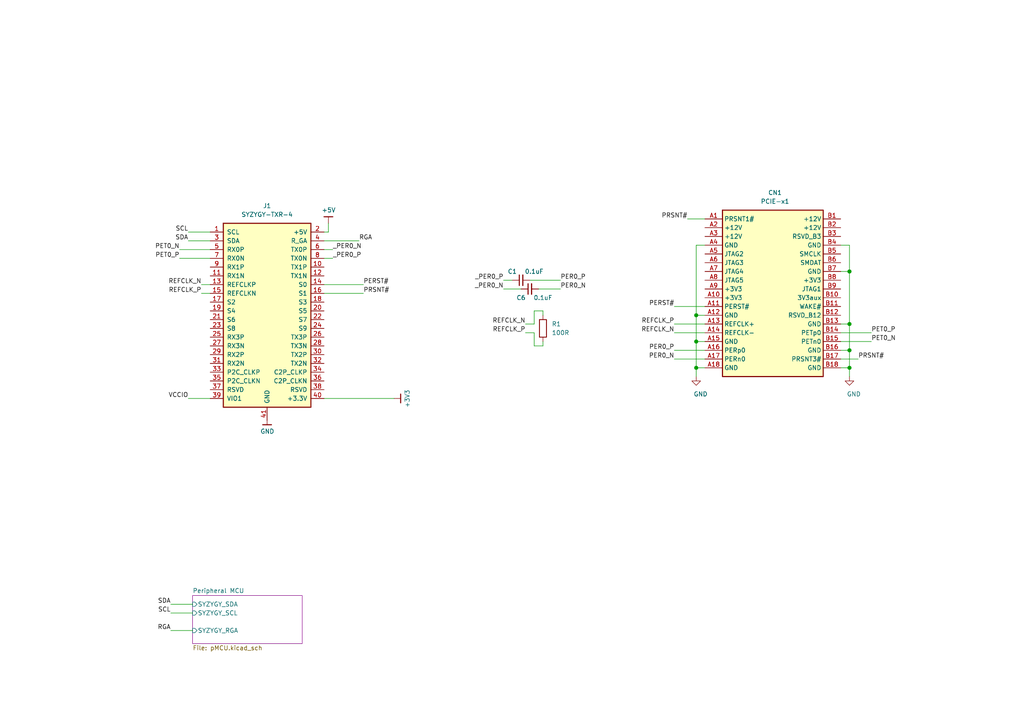
<source format=kicad_sch>
(kicad_sch (version 20201015) (generator eeschema)
  (paper "A4")
  (title_block (title "SYZYGY PCIe x1") (date "2020-12-06") (rev "r1.0") (company "GsD - @gregdavill"))
  (lib_symbols
    (symbol "Device:C_Small" (pin_numbers hide) (pin_names (offset 0.254) hide)
      (property "Reference" "C" (at 0.254 1.778 0))
      (property "Value" "C_Small" (at 0.254 -2.032 0))
      (symbol "C_Small_0_1"
        (polyline (pts (xy -1.524 -0.508) (xy 1.524 -0.508)) (stroke (width 0.3302)))
        (polyline (pts (xy -1.524 0.508) (xy 1.524 0.508)) (stroke (width 0.3048)))
      )
      (symbol "C_Small_1_1"
        (pin passive line (at 0 2.54 270) (length 2.032) (name "~") (number "1"))
        (pin passive line (at 0 -2.54 90) (length 2.032) (name "~") (number "2"))
      )
    )
    (symbol "Device:R_1" (pin_numbers hide) (pin_names (offset 0))
      (property "Reference" "R" (at 2.032 0 90))
      (property "Value" "R" (at 0 0 90))
      (symbol "R_1_0_1"
        (rectangle (start -1.016 -2.54) (end 1.016 2.54) (stroke (width 0.254)))
      )
      (symbol "R_1_1_1"
        (pin passive line (at 0 3.81 270) (length 1.27) (name "~") (number "1"))
        (pin passive line (at 0 -3.81 90) (length 1.27) (name "~") (number "2"))
      )
    )
    (symbol "gkl_power:+3V3" (power) (pin_names (offset 0))
      (property "Value" "+3V3" (at 0 3.556 0))
      (symbol "+3V3_0_1"
        (polyline (pts (xy -1.27 1.905) (xy 1.27 1.905)) (stroke (width 0.3048)))
        (polyline (pts (xy 0 0) (xy 0 1.905)))
      )
      (symbol "+3V3_1_1"
        (pin power_in line (at 0 0 90) (length 0) hide (name "+3V3") (number "1"))
      )
    )
    (symbol "gkl_power:+5V" (power) (pin_names (offset 0))
      (property "Value" "+5V" (at 0 3.175 0))
      (symbol "+5V_0_1"
        (polyline (pts (xy -1.27 1.905) (xy 1.27 1.905)) (stroke (width 0.3048)))
        (polyline (pts (xy 0 0) (xy 0 1.905)))
      )
      (symbol "+5V_1_1"
        (pin power_in line (at 0 0 90) (length 0) hide (name "+5V") (number "1"))
      )
    )
    (symbol "gkl_power:GND" (power) (pin_names (offset 0))
      (property "Value" "GND" (at 0 -2.54 0))
      (symbol "GND_0_1"
        (polyline (pts (xy 0 -1.27) (xy 0 0)))
        (polyline (pts (xy 1.27 -1.27) (xy -1.27 -1.27)) (stroke (width 0.3048)))
      )
      (symbol "GND_1_1"
        (pin power_in line (at 0 0 270) (length 0) hide (name "GND") (number "1"))
      )
    )
    (symbol "gsd-kicad:PCIE-x1-ADDIN"
      (property "Reference" "CN" (at 17.78 6.35 0))
      (property "Value" "PCIE-x1-ADDIN" (at 20.32 3.81 0))
      (symbol "PCIE-x1-ADDIN_0_1"
        (rectangle (start 5.08 2.54) (end 34.29 -45.72) (stroke (width 0.3302)) (fill (type background)))
      )
      (symbol "PCIE-x1-ADDIN_1_1"
        (pin input line (at 0 0 0) (length 5.08) (name "PRSNT1#") (number "A1"))
        (pin input line (at 0 -2.54 0) (length 5.08) (name "+12V") (number "A2"))
        (pin input line (at 0 -5.08 0) (length 5.08) (name "+12V") (number "A3"))
        (pin input line (at 0 -7.62 0) (length 5.08) (name "GND") (number "A4"))
        (pin input line (at 0 -10.16 0) (length 5.08) (name "JTAG2") (number "A5"))
        (pin input line (at 0 -12.7 0) (length 5.08) (name "JTAG3") (number "A6"))
        (pin input line (at 0 -15.24 0) (length 5.08) (name "JTAG4") (number "A7"))
        (pin input line (at 0 -17.78 0) (length 5.08) (name "JTAG5") (number "A8"))
        (pin input line (at 0 -20.32 0) (length 5.08) (name "+3V3") (number "A9"))
        (pin input line (at 0 -22.86 0) (length 5.08) (name "+3V3") (number "A10"))
        (pin input line (at 0 -25.4 0) (length 5.08) (name "PERST#") (number "A11"))
        (pin input line (at 0 -27.94 0) (length 5.08) (name "GND") (number "A12"))
        (pin input line (at 0 -30.48 0) (length 5.08) (name "REFCLK+") (number "A13"))
        (pin input line (at 0 -33.02 0) (length 5.08) (name "REFCLK-") (number "A14"))
        (pin input line (at 0 -35.56 0) (length 5.08) (name "GND") (number "A15"))
        (pin input line (at 0 -38.1 0) (length 5.08) (name "PERp0") (number "A16"))
        (pin input line (at 0 -40.64 0) (length 5.08) (name "PERn0") (number "A17"))
        (pin input line (at 0 -43.18 0) (length 5.08) (name "GND") (number "A18"))
        (pin input line (at 39.37 -22.86 180) (length 5.08) (name "3V3aux") (number "B10"))
        (pin input line (at 39.37 -12.7 180) (length 5.08) (name "SMDAT") (number "B6"))
        (pin input line (at 39.37 -30.48 180) (length 5.08) (name "GND") (number "B13"))
        (pin input line (at 39.37 -27.94 180) (length 5.08) (name "RSVD_B12") (number "B12"))
        (pin input line (at 39.37 -7.62 180) (length 5.08) (name "GND") (number "B4"))
        (pin input line (at 39.37 -20.32 180) (length 5.08) (name "JTAG1") (number "B9"))
        (pin input line (at 39.37 -43.18 180) (length 5.08) (name "GND") (number "B18"))
        (pin input line (at 39.37 -2.54 180) (length 5.08) (name "+12V") (number "B2"))
        (pin input line (at 39.37 -25.4 180) (length 5.08) (name "WAKE#") (number "B11"))
        (pin input line (at 39.37 -35.56 180) (length 5.08) (name "PETn0") (number "B15"))
        (pin input line (at 39.37 -33.02 180) (length 5.08) (name "PETp0") (number "B14"))
        (pin input line (at 39.37 -40.64 180) (length 5.08) (name "PRSNT3#") (number "B17"))
        (pin input line (at 39.37 -10.16 180) (length 5.08) (name "SMCLK") (number "B5"))
        (pin input line (at 39.37 -15.24 180) (length 5.08) (name "GND") (number "B7"))
        (pin input line (at 39.37 -38.1 180) (length 5.08) (name "GND") (number "B16"))
        (pin input line (at 39.37 0 180) (length 5.08) (name "+12V") (number "B1"))
        (pin input line (at 39.37 -17.78 180) (length 5.08) (name "+3V3") (number "B8"))
        (pin input line (at 39.37 -5.08 180) (length 5.08) (name "RSVD_B3") (number "B3"))
      )
    )
    (symbol "gsd-kicad:SYZYGY-TXR-4" (pin_names (offset 1.016))
      (property "Reference" "J" (at 0 27.94 0))
      (property "Value" "SYZYGY-TXR-4" (at 0 25.4 0))
      (symbol "SYZYGY-TXR-4_0_1"
        (rectangle (start -12.7 24.13) (end 12.7 -29.21) (stroke (width 0.3302)) (fill (type background)))
      )
      (symbol "SYZYGY-TXR-4_1_1"
        (pin input line (at -16.51 21.59 0) (length 3.81) (name "SCL") (number "1"))
        (pin input line (at 16.51 11.43 180) (length 3.81) (name "TX1P") (number "10"))
        (pin input line (at -16.51 8.89 0) (length 3.81) (name "RX1N") (number "11"))
        (pin input line (at 16.51 8.89 180) (length 3.81) (name "TX1N") (number "12"))
        (pin input line (at -16.51 6.35 0) (length 3.81) (name "REFCLKP") (number "13"))
        (pin input line (at 16.51 6.35 180) (length 3.81) (name "S0") (number "14"))
        (pin input line (at -16.51 3.81 0) (length 3.81) (name "REFCLKN") (number "15"))
        (pin input line (at 16.51 3.81 180) (length 3.81) (name "S1") (number "16"))
        (pin input line (at -16.51 1.27 0) (length 3.81) (name "S2") (number "17"))
        (pin input line (at 16.51 1.27 180) (length 3.81) (name "S3") (number "18"))
        (pin input line (at -16.51 -1.27 0) (length 3.81) (name "S4") (number "19"))
        (pin input line (at 16.51 21.59 180) (length 3.81) (name "+5V") (number "2"))
        (pin input line (at 16.51 -1.27 180) (length 3.81) (name "S5") (number "20"))
        (pin input line (at -16.51 -3.81 0) (length 3.81) (name "S6") (number "21"))
        (pin input line (at 16.51 -3.81 180) (length 3.81) (name "S7") (number "22"))
        (pin input line (at -16.51 -6.35 0) (length 3.81) (name "S8") (number "23"))
        (pin input line (at 16.51 -6.35 180) (length 3.81) (name "S9") (number "24"))
        (pin input line (at -16.51 -8.89 0) (length 3.81) (name "RX3P") (number "25"))
        (pin input line (at 16.51 -8.89 180) (length 3.81) (name "TX3P") (number "26"))
        (pin input line (at -16.51 -11.43 0) (length 3.81) (name "RX3N") (number "27"))
        (pin input line (at 16.51 -11.43 180) (length 3.81) (name "TX3N") (number "28"))
        (pin input line (at -16.51 -13.97 0) (length 3.81) (name "RX2P") (number "29"))
        (pin input line (at -16.51 19.05 0) (length 3.81) (name "SDA") (number "3"))
        (pin input line (at 16.51 -13.97 180) (length 3.81) (name "TX2P") (number "30"))
        (pin input line (at -16.51 -16.51 0) (length 3.81) (name "RX2N") (number "31"))
        (pin input line (at 16.51 -16.51 180) (length 3.81) (name "TX2N") (number "32"))
        (pin input line (at -16.51 -19.05 0) (length 3.81) (name "P2C_CLKP") (number "33"))
        (pin input line (at 16.51 -19.05 180) (length 3.81) (name "C2P_CLKP") (number "34"))
        (pin input line (at -16.51 -21.59 0) (length 3.81) (name "P2C_CLKN") (number "35"))
        (pin input line (at 16.51 -21.59 180) (length 3.81) (name "C2P_CLKN") (number "36"))
        (pin input line (at -16.51 -24.13 0) (length 3.81) (name "RSVD") (number "37"))
        (pin input line (at 16.51 -24.13 180) (length 3.81) (name "RSVD") (number "38"))
        (pin input line (at -16.51 -26.67 0) (length 3.81) (name "VIO1") (number "39"))
        (pin input line (at 16.51 19.05 180) (length 3.81) (name "R_GA") (number "4"))
        (pin input line (at 16.51 -26.67 180) (length 3.81) (name "+3.3V") (number "40"))
        (pin input line (at 0 -33.02 90) (length 3.81) (name "GND") (number "41"))
        (pin input line (at -16.51 16.51 0) (length 3.81) (name "RX0P") (number "5"))
        (pin input line (at 16.51 16.51 180) (length 3.81) (name "TX0P") (number "6"))
        (pin input line (at -16.51 13.97 0) (length 3.81) (name "RX0N") (number "7"))
        (pin input line (at 16.51 13.97 180) (length 3.81) (name "TX0N") (number "8"))
        (pin input line (at -16.51 11.43 0) (length 3.81) (name "RX1P") (number "9"))
      )
    )
    (symbol "power:GND" (power) (pin_names (offset 0))
      (property "Value" "GND" (at 0 -3.81 0))
      (symbol "GND_0_1"
        (polyline (pts (xy 0 0) (xy 0 -1.27) (xy 1.27 -1.27) (xy 0 -2.54) (xy -1.27 -1.27) (xy 0 -1.27)))
      )
      (symbol "GND_1_1"
        (pin power_in line (at 0 0 270) (length 0) hide (name "GND") (number "1"))
      )
    )
  )
  (junction (at 201.93 91.44) (diameter 1.016))
  (junction (at 201.93 99.06) (diameter 1.016))
  (junction (at 201.93 106.68) (diameter 1.016))
  (junction (at 246.38 78.74) (diameter 1.016))
  (junction (at 246.38 93.98) (diameter 1.016))
  (junction (at 246.38 101.6) (diameter 1.016))
  (junction (at 246.38 106.68) (diameter 1.016))
  (wire (pts (xy 52.07 72.39) (xy 60.96 72.39)))
  (wire (pts (xy 52.07 74.93) (xy 60.96 74.93)))
  (wire (pts (xy 55.88 175.26) (xy 49.53 175.26)))
  (wire (pts (xy 55.88 177.8) (xy 49.53 177.8)))
  (wire (pts (xy 55.88 182.88) (xy 49.53 182.88)))
  (wire (pts (xy 58.42 82.55) (xy 60.96 82.55)))
  (wire (pts (xy 58.42 85.09) (xy 60.96 85.09)))
  (wire (pts (xy 60.96 67.31) (xy 54.61 67.31)))
  (wire (pts (xy 60.96 69.85) (xy 54.61 69.85)))
  (wire (pts (xy 60.96 115.57) (xy 54.61 115.57)))
  (wire (pts (xy 93.98 67.31) (xy 95.25 67.31)))
  (wire (pts (xy 93.98 69.85) (xy 104.14 69.85)))
  (wire (pts (xy 93.98 82.55) (xy 105.41 82.55)))
  (wire (pts (xy 93.98 85.09) (xy 105.41 85.09)))
  (wire (pts (xy 93.98 115.57) (xy 114.3 115.57)))
  (wire (pts (xy 95.25 67.31) (xy 95.25 64.77)))
  (wire (pts (xy 96.52 72.39) (xy 93.98 72.39)))
  (wire (pts (xy 96.52 74.93) (xy 93.98 74.93)))
  (wire (pts (xy 146.05 81.28) (xy 148.59 81.28)))
  (wire (pts (xy 146.05 83.82) (xy 151.13 83.82)))
  (wire (pts (xy 152.4 93.98) (xy 154.94 93.98)))
  (wire (pts (xy 152.4 96.52) (xy 154.94 96.52)))
  (wire (pts (xy 154.94 90.17) (xy 157.48 90.17)))
  (wire (pts (xy 154.94 93.98) (xy 154.94 90.17)))
  (wire (pts (xy 154.94 96.52) (xy 154.94 100.33)))
  (wire (pts (xy 154.94 100.33) (xy 157.48 100.33)))
  (wire (pts (xy 157.48 90.17) (xy 157.48 91.44)))
  (wire (pts (xy 157.48 100.33) (xy 157.48 99.06)))
  (wire (pts (xy 162.56 81.28) (xy 153.67 81.28)))
  (wire (pts (xy 162.56 83.82) (xy 156.21 83.82)))
  (wire (pts (xy 195.58 88.9) (xy 204.47 88.9)))
  (wire (pts (xy 195.58 93.98) (xy 204.47 93.98)))
  (wire (pts (xy 195.58 96.52) (xy 204.47 96.52)))
  (wire (pts (xy 195.58 101.6) (xy 204.47 101.6)))
  (wire (pts (xy 195.58 104.14) (xy 204.47 104.14)))
  (wire (pts (xy 201.93 71.12) (xy 201.93 91.44)))
  (wire (pts (xy 201.93 91.44) (xy 201.93 99.06)))
  (wire (pts (xy 201.93 91.44) (xy 204.47 91.44)))
  (wire (pts (xy 201.93 99.06) (xy 201.93 106.68)))
  (wire (pts (xy 201.93 99.06) (xy 204.47 99.06)))
  (wire (pts (xy 201.93 106.68) (xy 201.93 109.22)))
  (wire (pts (xy 201.93 106.68) (xy 204.47 106.68)))
  (wire (pts (xy 204.47 63.5) (xy 199.39 63.5)))
  (wire (pts (xy 204.47 71.12) (xy 201.93 71.12)))
  (wire (pts (xy 243.84 71.12) (xy 246.38 71.12)))
  (wire (pts (xy 243.84 78.74) (xy 246.38 78.74)))
  (wire (pts (xy 243.84 93.98) (xy 246.38 93.98)))
  (wire (pts (xy 243.84 101.6) (xy 246.38 101.6)))
  (wire (pts (xy 243.84 104.14) (xy 248.92 104.14)))
  (wire (pts (xy 243.84 106.68) (xy 246.38 106.68)))
  (wire (pts (xy 246.38 71.12) (xy 246.38 78.74)))
  (wire (pts (xy 246.38 78.74) (xy 246.38 93.98)))
  (wire (pts (xy 246.38 93.98) (xy 246.38 101.6)))
  (wire (pts (xy 246.38 101.6) (xy 246.38 106.68)))
  (wire (pts (xy 246.38 106.68) (xy 246.38 109.22)))
  (wire (pts (xy 252.73 96.52) (xy 243.84 96.52)))
  (wire (pts (xy 252.73 99.06) (xy 243.84 99.06)))
  (label "SDA" (at 49.53 175.26 180))
  (label "SCL" (at 49.53 177.8 180))
  (label "RGA" (at 49.53 182.88 180))
  (label "PET0_N" (at 52.07 72.39 180))
  (label "PET0_P" (at 52.07 74.93 180))
  (label "SCL" (at 54.61 67.31 180))
  (label "SDA" (at 54.61 69.85 180))
  (label "VCCIO" (at 54.61 115.57 180))
  (label "REFCLK_N" (at 58.42 82.55 180))
  (label "REFCLK_P" (at 58.42 85.09 180))
  (label "_PER0_N" (at 96.52 72.39 0))
  (label "_PER0_P" (at 96.52 74.93 0))
  (label "RGA" (at 104.14 69.85 0))
  (label "PERST#" (at 105.41 82.55 0))
  (label "PRSNT#" (at 105.41 85.09 0))
  (label "_PER0_P" (at 146.05 81.28 180))
  (label "_PER0_N" (at 146.05 83.82 180))
  (label "REFCLK_N" (at 152.4 93.98 180))
  (label "REFCLK_P" (at 152.4 96.52 180))
  (label "PER0_P" (at 162.56 81.28 0))
  (label "PER0_N" (at 162.56 83.82 0))
  (label "PERST#" (at 195.58 88.9 180))
  (label "REFCLK_P" (at 195.58 93.98 180))
  (label "REFCLK_N" (at 195.58 96.52 180))
  (label "PER0_P" (at 195.58 101.6 180))
  (label "PER0_N" (at 195.58 104.14 180))
  (label "PRSNT#" (at 199.39 63.5 180))
  (label "PRSNT#" (at 248.92 104.14 0))
  (label "PET0_P" (at 252.73 96.52 0))
  (label "PET0_N" (at 252.73 99.06 0))
  (symbol (lib_id "gkl_power:GND") (at 77.47 121.92 0) (unit 1)
    (property "Reference" "#PWR01" (effects hide))
    (property "Value" "GND" (at 77.5462 125.1204 0))
  )
  (symbol (lib_id "gkl_power:+5V") (at 95.25 64.77 0) (unit 1)
    (property "Reference" "#PWR05" (effects hide))
    (property "Value" "+5V" (at 95.3262 60.9346 0))
  )
  (symbol (lib_id "gkl_power:+3V3") (at 114.3 115.57 270) (unit 1)
    (property "Reference" "#PWR07" (effects hide))
    (property "Value" "+3V3" (at 118.1354 115.6462 0))
  )
  (symbol (lib_id "power:GND") (at 201.93 109.22 0) (unit 1)
    (property "Reference" "#PWR0103" (effects hide))
    (property "Value" "GND" (at 203.2 114.3 0))
  )
  (symbol (lib_id "power:GND") (at 246.38 109.22 0) (unit 1)
    (property "Reference" "#PWR0102" (effects hide))
    (property "Value" "GND" (at 247.65 114.3 0))
  )
  (symbol (lib_name "Device:R_1") (lib_id "Device:R") (at 157.48 95.25 0) (unit 1)
    (property "Reference" "R1" (at 160.02 93.98 0) (effects (justify left)))
    (property "Value" "100R" (at 160.02 96.52 0) (effects (justify left)))
    (property "Footprint" "Resistor_SMD:R_0402_1005Metric" (effects hide))
  )
  (symbol (lib_id "Device:C_Small") (at 151.13 81.28 90) (unit 1)
    (property "Reference" "C1" (at 148.59 78.74 90))
    (property "Value" "0.1uF" (at 154.94 78.74 90))
    (property "Footprint" "Capacitor_SMD:C_0402_1005Metric" (effects hide))
  )
  (symbol (lib_id "Device:C_Small") (at 153.67 83.82 90) (unit 1)
    (property "Reference" "C6" (at 151.13 86.36 90))
    (property "Value" "0.1uF" (at 157.48 86.36 90))
    (property "Footprint" "Capacitor_SMD:C_0402_1005Metric" (effects hide))
  )
  (symbol (lib_id "gsd-kicad:SYZYGY-TXR-4") (at 77.47 88.9 0) (unit 1)
    (property "Reference" "J1" (at 77.47 59.69 0))
    (property "Value" "SYZYGY-TXR-4" (at 77.47 62.23 0))
    (property "Footprint" "gsd-footprints:SYZYGY-TXR-POD" (effects hide))
  )
  (symbol (lib_id "gsd-kicad:PCIE-x1-ADDIN") (at 204.47 63.5 0) (unit 1)
    (property "Reference" "CN1" (at 224.79 55.88 0))
    (property "Value" "PCIE-x1" (at 224.79 58.42 0))
    (property "Footprint" "Connector_PCBEdge:BUS_PCIexpress_x1" (effects hide))
  )
  (sheet (at 55.88 172.72) (size 31.75 13.97) (stroke (width 0.1524) (color 132 0 132 1)) (fill (color 255 255 255 1.0000))
    (property "Sheet name" "Peripheral MCU" (at 55.88 172.0845 0) (effects (justify left bottom)))
    (property "Sheet file" "pMCU.kicad_sch" (at 55.88 187.1985 0) (effects (justify left top)))
    (pin "SYZYGY_SCL" input (at 55.88 177.8 180))
    (pin "SYZYGY_SDA" input (at 55.88 175.26 180))
    (pin "SYZYGY_RGA" input (at 55.88 182.88 180))
  )
)
</source>
